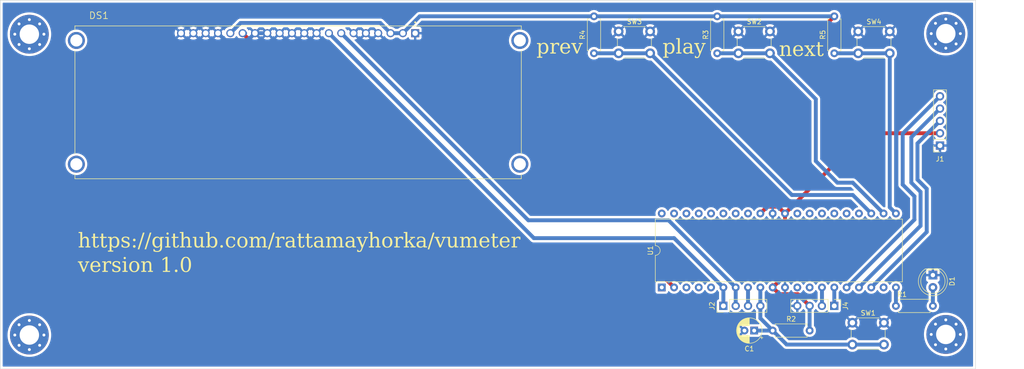
<source format=kicad_pcb>
(kicad_pcb (version 20240108) (generator "pcbnew") (generator_version "8.0")
  (layers (0 "F.Cu" signal) (31 "B.Cu" signal) (34 "B.Paste" user) (35 "F.Paste" user) (36 "B.SilkS" user "B.Silkscreen") (37 "F.SilkS" user "F.Silkscreen") (38 "B.Mask" user) (39 "F.Mask" user) (44 "Edge.Cuts" user))
  (net 0 "")
  (net 2 "GND")
  (net 3 "Net-(D1-A)")
  (net 4 "+5V")
  (net 5 "Net-(J1-Pin_3)")
  (net 6 "Net-(J1-Pin_4)")
  (net 7 "Net-(J1-Pin_5)")
  (net 8 "Net-(J2-Pin_3)")
  (net 9 "Net-(J2-Pin_4)")
  (net 10 "Net-(J4-Pin_1)")
  (net 11 "Net-(J4-Pin_2)")
  (net 12 "Net-(U1-PD6)")
  (net 18 "Net-(U1-PC0)")
  (net 20 "Net-(U1-PC1)")
  (net 21 "Net-(U1-PD7)")
  (net 36 "Net-(DS1-DB0)")
  (net 37 "Net-(DS1-DB1)")
  (net 38 "Net-(DS1-~{CS})")
  (footprint "Connector_PinHeader_2.54mm:PinHeader_1x04_P2.54mm_Vertical" (layer "F.Cu") (at 193.04 126.995 90)
    (property "Reference" "J2" (at 0 -2.33 90) (layer "F.SilkS"))
    (property "Value" "programmer")
    (fp_line (start -1.33 -1.33) (end 0 -1.33) (stroke (width 0.12)) (layer "F.SilkS"))
    (fp_line (start -1.33 0) (end -1.33 -1.33) (stroke (width 0.12)) (layer "F.SilkS"))
    (fp_line (start 1.33 1.27) (end 1.33 8.95) (stroke (width 0.12)) (layer "F.SilkS"))
    (fp_line (start -1.33 1.27) (end 1.33 1.27) (stroke (width 0.12)) (layer "F.SilkS"))
    (fp_line (start -1.33 1.27) (end -1.33 8.95) (stroke (width 0.12)) (layer "F.SilkS"))
    (fp_line (start -1.33 8.95) (end 1.33 8.95) (stroke (width 0.12)) (layer "F.SilkS"))
    (pad "1" thru_hole rect (at 0 0 90) (size 1.7 1.7) (drill 1) (layers "*.Cu" "*.Mask") (net 37 "Net-(DS1-DB1)"))
    (pad "2" thru_hole oval (at 0 2.54 90) (size 1.7 1.7) (drill 1) (layers "*.Cu" "*.Mask") (net 36 "Net-(DS1-DB0)"))
    (pad "3" thru_hole oval (at 0 5.08 90) (size 1.7 1.7) (drill 1) (layers "*.Cu" "*.Mask") (net 8 "Net-(J2-Pin_3)"))
    (pad "4" thru_hole oval (at 0 7.62 90) (size 1.7 1.7) (drill 1) (layers "*.Cu" "*.Mask") (net 9 "Net-(J2-Pin_4)"))
  )
  (footprint "Resistor_THT:R_Axial_DIN0207_L6.3mm_D2.5mm_P7.62mm_Horizontal" (layer "F.Cu") (at 203.2 132.08)
    (property "Reference" "R2" (at 3.81 -2.37 0) (layer "F.SilkS"))
    (property "Value" "10k")
    (fp_line (start 0.54 -1.37) (end 7.08 -1.37) (stroke (width 0.12)) (layer "F.SilkS"))
    (fp_line (start 0.54 -1.04) (end 0.54 -1.37) (stroke (width 0.12)) (layer "F.SilkS"))
    (fp_line (start 0.54 1.04) (end 0.54 1.37) (stroke (width 0.12)) (layer "F.SilkS"))
    (fp_line (start 0.54 1.37) (end 7.08 1.37) (stroke (width 0.12)) (layer "F.SilkS"))
    (fp_line (start 7.08 -1.37) (end 7.08 -1.04) (stroke (width 0.12)) (layer "F.SilkS"))
    (fp_line (start 7.08 1.37) (end 7.08 1.04) (stroke (width 0.12)) (layer "F.SilkS"))
    (pad "1" thru_hole circle (at 0 0) (size 1.6 1.6) (drill 0.8) (layers "*.Cu" "*.Mask") (net 9 "Net-(J2-Pin_4)"))
    (pad "2" thru_hole oval (at 7.62 0) (size 1.6 1.6) (drill 0.8) (layers "*.Cu" "*.Mask") (net 4 "+5V"))
  )
  (footprint "Resistor_THT:R_Axial_DIN0207_L6.3mm_D2.5mm_P7.62mm_Horizontal" (layer "F.Cu") (at 166.37 74.93 90)
    (property "Reference" "R4" (at 3.81 -2.37 90) (layer "F.SilkS"))
    (property "Value" "330")
    (fp_line (start 7.08 -1.37) (end 7.08 -1.04) (stroke (width 0.12)) (layer "F.SilkS"))
    (fp_line (start 0.54 -1.37) (end 7.08 -1.37) (stroke (width 0.12)) (layer "F.SilkS"))
    (fp_line (start 0.54 -1.04) (end 0.54 -1.37) (stroke (width 0.12)) (layer "F.SilkS"))
    (fp_line (start 0.54 1.04) (end 0.54 1.37) (stroke (width 0.12)) (layer "F.SilkS"))
    (fp_line (start 7.08 1.37) (end 7.08 1.04) (stroke (width 0.12)) (layer "F.SilkS"))
    (fp_line (start 0.54 1.37) (end 7.08 1.37) (stroke (width 0.12)) (layer "F.SilkS"))
    (pad "1" thru_hole circle (at 0 0 90) (size 1.6 1.6) (drill 0.8) (layers "*.Cu" "*.Mask") (net 20 "Net-(U1-PC1)"))
    (pad "2" thru_hole oval (at 7.62 0 90) (size 1.6 1.6) (drill 0.8) (layers "*.Cu" "*.Mask") (net 4 "+5V"))
  )
  (footprint "MountingHole:MountingHole_4mm_Pad_Via" (layer "F.Cu") (at 238.87868 70.87868)
    (property "Reference" "REF**" (hide yes))
    (property "Value" "MountingHole_4mm_Pad_Via")
    (pad "1" thru_hole circle (at -3 0) (size 0.9 0.9) (drill 0.6) (layers "*.Cu" "*.Mask"))
    (pad "1" thru_hole circle (at -2.12132 -2.12132) (size 0.9 0.9) (drill 0.6) (layers "*.Cu" "*.Mask"))
    (pad "1" thru_hole circle (at -2.12132 2.12132) (size 0.9 0.9) (drill 0.6) (layers "*.Cu" "*.Mask"))
    (pad "1" thru_hole circle (at 0 -3) (size 0.9 0.9) (drill 0.6) (layers "*.Cu" "*.Mask"))
    (pad "1" thru_hole circle (at 0 0) (size 8 8) (drill 4) (layers "*.Cu" "*.Mask"))
    (pad "1" thru_hole circle (at 0 3) (size 0.9 0.9) (drill 0.6) (layers "*.Cu" "*.Mask"))
    (pad "1" thru_hole circle (at 2.12132 -2.12132) (size 0.9 0.9) (drill 0.6) (layers "*.Cu" "*.Mask"))
    (pad "1" thru_hole circle (at 2.12132 2.12132) (size 0.9 0.9) (drill 0.6) (layers "*.Cu" "*.Mask"))
    (pad "1" thru_hole circle (at 3 0) (size 0.9 0.9) (drill 0.6) (layers "*.Cu" "*.Mask"))
  )
  (footprint "MountingHole:MountingHole_4mm_Pad_Via" (layer "F.Cu") (at 50 71)
    (property "Reference" "REF**" (hide yes))
    (property "Value" "MountingHole_4mm_Pad_Via" (hide yes))
    (pad "1" thru_hole circle (at -3 0) (size 0.9 0.9) (drill 0.6) (layers "*.Cu" "*.Mask"))
    (pad "1" thru_hole circle (at -2.12132 -2.12132) (size 0.9 0.9) (drill 0.6) (layers "*.Cu" "*.Mask"))
    (pad "1" thru_hole circle (at -2.12132 2.12132) (size 0.9 0.9) (drill 0.6) (layers "*.Cu" "*.Mask"))
    (pad "1" thru_hole circle (at 0 -3) (size 0.9 0.9) (drill 0.6) (layers "*.Cu" "*.Mask"))
    (pad "1" thru_hole circle (at 0 0) (size 8 8) (drill 4) (layers "*.Cu" "*.Mask"))
    (pad "1" thru_hole circle (at 0 3) (size 0.9 0.9) (drill 0.6) (layers "*.Cu" "*.Mask"))
    (pad "1" thru_hole circle (at 2.12132 -2.12132) (size 0.9 0.9) (drill 0.6) (layers "*.Cu" "*.Mask"))
    (pad "1" thru_hole circle (at 2.12132 2.12132) (size 0.9 0.9) (drill 0.6) (layers "*.Cu" "*.Mask"))
    (pad "1" thru_hole circle (at 3 0) (size 0.9 0.9) (drill 0.6) (layers "*.Cu" "*.Mask"))
  )
  (footprint "Resistor_THT:R_Axial_DIN0207_L6.3mm_D2.5mm_P7.62mm_Horizontal" (layer "F.Cu") (at 191.77 74.93 90)
    (property "Reference" "R3" (at 3.81 -2.37 90) (layer "F.SilkS"))
    (property "Value" "330")
    (fp_line (start 7.08 -1.37) (end 7.08 -1.04) (stroke (width 0.12)) (layer "F.SilkS"))
    (fp_line (start 0.54 -1.37) (end 7.08 -1.37) (stroke (width 0.12)) (layer "F.SilkS"))
    (fp_line (start 0.54 -1.04) (end 0.54 -1.37) (stroke (width 0.12)) (layer "F.SilkS"))
    (fp_line (start 0.54 1.04) (end 0.54 1.37) (stroke (width 0.12)) (layer "F.SilkS"))
    (fp_line (start 7.08 1.37) (end 7.08 1.04) (stroke (width 0.12)) (layer "F.SilkS"))
    (fp_line (start 0.54 1.37) (end 7.08 1.37) (stroke (width 0.12)) (layer "F.SilkS"))
    (pad "1" thru_hole circle (at 0 0 90) (size 1.6 1.6) (drill 0.8) (layers "*.Cu" "*.Mask") (net 18 "Net-(U1-PC0)"))
    (pad "2" thru_hole oval (at 7.62 0 90) (size 1.6 1.6) (drill 0.8) (layers "*.Cu" "*.Mask") (net 4 "+5V"))
  )
  (footprint "MountingHole:MountingHole_4mm_Pad_Via" (layer "F.Cu") (at 50 133)
    (property "Reference" "REF**" (hide yes))
    (property "Value" "MountingHole_4mm_Pad_Via")
    (pad "1" thru_hole circle (at -3 0) (size 0.9 0.9) (drill 0.6) (layers "*.Cu" "*.Mask"))
    (pad "1" thru_hole circle (at -2.12132 -2.12132) (size 0.9 0.9) (drill 0.6) (layers "*.Cu" "*.Mask"))
    (pad "1" thru_hole circle (at -2.12132 2.12132) (size 0.9 0.9) (drill 0.6) (layers "*.Cu" "*.Mask"))
    (pad "1" thru_hole circle (at 0 -3) (size 0.9 0.9) (drill 0.6) (layers "*.Cu" "*.Mask"))
    (pad "1" thru_hole circle (at 0 0) (size 8 8) (drill 4) (layers "*.Cu" "*.Mask"))
    (pad "1" thru_hole circle (at 0 3) (size 0.9 0.9) (drill 0.6) (layers "*.Cu" "*.Mask"))
    (pad "1" thru_hole circle (at 2.12132 -2.12132) (size 0.9 0.9) (drill 0.6) (layers "*.Cu" "*.Mask"))
    (pad "1" thru_hole circle (at 2.12132 2.12132) (size 0.9 0.9) (drill 0.6) (layers "*.Cu" "*.Mask"))
    (pad "1" thru_hole circle (at 3 0) (size 0.9 0.9) (drill 0.6) (layers "*.Cu" "*.Mask"))
  )
  (footprint "LED_THT:LED_D5.0mm" (layer "F.Cu") (at 236.22 120.65 -90)
    (property "Reference" "D1" (at 1.27 -3.96 90) (layer "F.SilkS"))
    (property "Value" "hearthbeat led")
    (fp_line (start -1.29 -1.545) (end -1.29 1.545) (stroke (width 0.12)) (layer "F.SilkS"))
    (fp_arc (start 4.26 -0.000462) (mid 2.072002 2.880433) (end -1.29 1.54483) (stroke (width 0.12)) (layer "F.SilkS"))
    (fp_arc (start -1.29 -1.54483) (mid 2.072002 -2.880433) (end 4.26 0.000462) (stroke (width 0.12)) (layer "F.SilkS"))
    (fp_circle (center 1.27 0) (end 3.77 0) (stroke (width 0.12)) (fill none) (layer "F.SilkS"))
    (pad "1" thru_hole rect (at 0 0 270) (size 1.8 1.8) (drill 0.9) (layers "*.Cu" "*.Mask") (net 2 "GND"))
    (pad "2" thru_hole circle (at 2.54 0 270) (size 1.8 1.8) (drill 0.9) (layers "*.Cu" "*.Mask") (net 3 "Net-(D1-A)"))
  )
  (footprint "Connector_PinSocket_2.54mm:PinSocket_1x05_P2.54mm_Vertical" (layer "F.Cu") (at 237.685 93.95 180)
    (property "Reference" "J1" (at 0 -2.77 0) (layer "F.SilkS"))
    (property "Value" "encoder")
    (fp_line (start 1.33 1.27) (end 1.33 11.49) (stroke (width 0.12)) (layer "F.SilkS"))
    (fp_line (start 1.33 -1.33) (end 1.33 0) (stroke (width 0.12)) (layer "F.SilkS"))
    (fp_line (start 0 -1.33) (end 1.33 -1.33) (stroke (width 0.12)) (layer "F.SilkS"))
    (fp_line (start -1.33 11.49) (end 1.33 11.49) (stroke (width 0.12)) (layer "F.SilkS"))
    (fp_line (start -1.33 1.27) (end 1.33 1.27) (stroke (width 0.12)) (layer "F.SilkS"))
    (fp_line (start -1.33 1.27) (end -1.33 11.49) (stroke (width 0.12)) (layer "F.SilkS"))
    (pad "1" thru_hole rect (at 0 0 180) (size 1.7 1.7) (drill 1) (layers "*.Cu" "*.Mask") (net 2 "GND"))
    (pad "2" thru_hole oval (at 0 2.54 180) (size 1.7 1.7) (drill 1) (layers "*.Cu" "*.Mask") (net 4 "+5V"))
    (pad "3" thru_hole oval (at 0 5.08 180) (size 1.7 1.7) (drill 1) (layers "*.Cu" "*.Mask") (net 5 "Net-(J1-Pin_3)"))
    (pad "4" thru_hole oval (at 0 7.62 180) (size 1.7 1.7) (drill 1) (layers "*.Cu" "*.Mask") (net 6 "Net-(J1-Pin_4)"))
    (pad "5" thru_hole oval (at 0 10.16 180) (size 1.7 1.7) (drill 1) (layers "*.Cu" "*.Mask") (net 7 "Net-(J1-Pin_5)"))
  )
  (footprint "MountingHole:MountingHole_4mm_Pad_Via" (layer "F.Cu") (at 238.87868 132.87868)
    (property "Reference" "REF**" (hide yes))
    (property "Value" "MountingHole_4mm_Pad_Via")
    (pad "1" thru_hole circle (at -3 0) (size 0.9 0.9) (drill 0.6) (layers "*.Cu" "*.Mask"))
    (pad "1" thru_hole circle (at -2.12132 -2.12132) (size 0.9 0.9) (drill 0.6) (layers "*.Cu" "*.Mask"))
    (pad "1" thru_hole circle (at -2.12132 2.12132) (size 0.9 0.9) (drill 0.6) (layers "*.Cu" "*.Mask"))
    (pad "1" thru_hole circle (at 0 -3) (size 0.9 0.9) (drill 0.6) (layers "*.Cu" "*.Mask"))
    (pad "1" thru_hole circle (at 0 0) (size 8 8) (drill 4) (layers "*.Cu" "*.Mask"))
    (pad "1" thru_hole circle (at 0 3) (size 0.9 0.9) (drill 0.6) (layers "*.Cu" "*.Mask"))
    (pad "1" thru_hole circle (at 2.12132 -2.12132) (size 0.9 0.9) (drill 0.6) (layers "*.Cu" "*.Mask"))
    (pad "1" thru_hole circle (at 2.12132 2.12132) (size 0.9 0.9) (drill 0.6) (layers "*.Cu" "*.Mask"))
    (pad "1" thru_hole circle (at 3 0) (size 0.9 0.9) (drill 0.6) (layers "*.Cu" "*.Mask"))
  )
  (footprint "Connector_PinHeader_2.54mm:PinHeader_1x04_P2.54mm_Vertical" (layer "F.Cu") (at 215.89 126.995 -90)
    (property "Reference" "J4" (at 0 -2.33 90) (layer "F.SilkS"))
    (property "Value" "usb-ttl")
    (fp_line (start -1.33 8.95) (end 1.33 8.95) (stroke (width 0.12)) (layer "F.SilkS"))
    (fp_line (start -1.33 1.27) (end -1.33 8.95) (stroke (width 0.12)) (layer "F.SilkS"))
    (fp_line (start -1.33 1.27) (end 1.33 1.27) (stroke (width 0.12)) (layer "F.SilkS"))
    (fp_line (start 1.33 1.27) (end 1.33 8.95) (stroke (width 0.12)) (layer "F.SilkS"))
    (fp_line (start -1.33 0) (end -1.33 -1.33) (stroke (width 0.12)) (layer "F.SilkS"))
    (fp_line (start -1.33 -1.33) (end 0 -1.33) (stroke (width 0.12)) (layer "F.SilkS"))
    (pad "1" thru_hole rect (at 0 0 270) (size 1.7 1.7) (drill 1) (layers "*.Cu" "*.Mask") (net 10 "Net-(J4-Pin_1)"))
    (pad "2" thru_hole oval (at 0 2.54 270) (size 1.7 1.7) (drill 1) (layers "*.Cu" "*.Mask") (net 11 "Net-(J4-Pin_2)"))
    (pad "3" thru_hole oval (at 0 5.08 270) (size 1.7 1.7) (drill 1) (layers "*.Cu" "*.Mask") (net 4 "+5V"))
    (pad "4" thru_hole oval (at 0 7.62 270) (size 1.7 1.7) (drill 1) (layers "*.Cu" "*.Mask") (net 2 "GND"))
  )
  (footprint "Button_Switch_THT:SW_PUSH_6mm" (layer "F.Cu") (at 220.83 70.43)
    (property "Reference" "SW4" (at 3.25 -2 0) (layer "F.SilkS"))
    (property "Value" "next track")
    (fp_line (start -0.25 1.5) (end -0.25 3) (stroke (width 0.12)) (layer "F.SilkS"))
    (fp_line (start 1 5.5) (end 5.5 5.5) (stroke (width 0.12)) (layer "F.SilkS"))
    (fp_line (start 5.5 -1) (end 1 -1) (stroke (width 0.12)) (layer "F.SilkS"))
    (fp_line (start 6.75 3) (end 6.75 1.5) (stroke (width 0.12)) (layer "F.SilkS"))
    (pad "1" thru_hole circle (at 0 0 90) (size 2 2) (drill 1.1) (layers "*.Cu" "*.Mask") (net 2 "GND"))
    (pad "1" thru_hole circle (at 6.5 0 90) (size 2 2) (drill 1.1) (layers "*.Cu" "*.Mask") (net 2 "GND"))
    (pad "2" thru_hole circle (at 0 4.5 90) (size 2 2) (drill 1.1) (layers "*.Cu" "*.Mask") (net 21 "Net-(U1-PD7)"))
    (pad "2" thru_hole circle (at 6.5 4.5 90) (size 2 2) (drill 1.1) (layers "*.Cu" "*.Mask") (net 21 "Net-(U1-PD7)"))
  )
  (footprint "Resistor_THT:R_Axial_DIN0207_L6.3mm_D2.5mm_P7.62mm_Horizontal" (layer "F.Cu") (at 228.6 127)
    (property "Reference" "R1" (at 1.27 -2.37 0) (layer "F.SilkS"))
    (property "Value" "330")
    (fp_line (start 0.54 -1.37) (end 7.08 -1.37) (stroke (width 0.12)) (layer "F.SilkS"))
    (fp_line (start 0.54 -1.04) (end 0.54 -1.37) (stroke (width 0.12)) (layer "F.SilkS"))
    (fp_line (start 0.54 1.04) (end 0.54 1.37) (stroke (width 0.12)) (layer "F.SilkS"))
    (fp_line (start 0.54 1.37) (end 7.08 1.37) (stroke (width 0.12)) (layer "F.SilkS"))
    (fp_line (start 7.08 -1.37) (end 7.08 -1.04) (stroke (width 0.12)) (layer "F.SilkS"))
    (fp_line (start 7.08 1.37) (end 7.08 1.04) (stroke (width 0.12)) (layer "F.SilkS"))
    (pad "1" thru_hole circle (at 0 0) (size 1.6 1.6) (drill 0.8) (layers "*.Cu" "*.Mask") (net 12 "Net-(U1-PD6)"))
    (pad "2" thru_hole oval (at 7.62 0) (size 1.6 1.6) (drill 0.8) (layers "*.Cu" "*.Mask") (net 3 "Net-(D1-A)"))
  )
  (footprint "Library:NHD-0420CW-AG3" (layer "F.Cu") (at 105.39 85.04)
    (property "Reference" "DS1" (at -41.055 -17.889 0) (layer "F.SilkS") (effects (font (size 1.4 1.4))))
    (property "Value" "NHD-0420CW-AG3")
    (fp_line (start -46 -15.75) (end 46 -15.75) (stroke (width 0.127)) (layer "F.SilkS"))
    (fp_line (start -46 -14.85) (end -46 -15.75) (stroke (width 0.127)) (layer "F.SilkS"))
    (fp_line (start -46 10.65) (end -46 -10.65) (stroke (width 0.127)) (layer "F.SilkS"))
    (fp_line (start -46 15.75) (end -46 14.85) (stroke (width 0.127)) (layer "F.SilkS"))
    (fp_line (start 46 -15.75) (end 46 -14.85) (stroke (width 0.127)) (layer "F.SilkS"))
    (fp_line (start 46 -10.65) (end 46 10.65) (stroke (width 0.127)) (layer "F.SilkS"))
    (fp_line (start 46 14.85) (end 46 15.75) (stroke (width 0.127)) (layer "F.SilkS"))
    (fp_line (start 46 15.75) (end -46 15.75) (stroke (width 0.127)) (layer "F.SilkS"))
    (fp_circle (center 24.13 -16.5) (end 24.23 -16.5) (stroke (width 0.2)) (fill none) (layer "F.SilkS"))
    (pad "1" thru_hole rect (at 24.13 -14.25) (size 1.65 1.65) (drill 1.1) (layers "*.Cu" "*.Mask") (net 2 "GND"))
    (pad "2" thru_hole circle (at 21.59 -14.25) (size 1.65 1.65) (drill 1.1) (layers "*.Cu" "*.Mask") (net 4 "+5V"))
    (pad "3" thru_hole circle (at 19.05 -14.25) (size 1.65 1.65) (drill 1.1) (layers "*.Cu" "*.Mask") (net 4 "+5V"))
    (pad "4" thru_hole circle (at 16.51 -14.25) (size 1.65 1.65) (drill 1.1) (layers "*.Cu" "*.Mask") (net 2 "GND"))
    (pad "5" thru_hole circle (at 13.97 -14.25) (size 1.65 1.65) (drill 1.1) (layers "*.Cu" "*.Mask") (net 2 "GND"))
    (pad "6" thru_hole circle (at 11.43 -14.25) (size 1.65 1.65) (drill 1.1) (layers "*.Cu" "*.Mask") (net 2 "GND"))
    (pad "7" thru_hole circle (at 8.89 -14.25) (size 1.65 1.65) (drill 1.1) (layers "*.Cu" "*.Mask") (net 36 "Net-(DS1-DB0)"))
    (pad "8" thru_hole circle (at 6.35 -14.25) (size 1.65 1.65) (drill 1.1) (layers "*.Cu" "*.Mask") (net 37 "Net-(DS1-DB1)"))
    (pad "9" thru_hole circle (at 3.81 -14.25) (size 1.65 1.65) (drill 1.1) (layers "*.Cu" "*.Mask") (net 2 "GND"))
    (pad "10" thru_hole circle (at 1.27 -14.25) (size 1.65 1.65) (drill 1.1) (layers "*.Cu" "*.Mask") (net 2 "GND"))
    (pad "11" thru_hole circle (at -1.27 -14.25) (size 1.65 1.65) (drill 1.1) (layers "*.Cu" "*.Mask") (net 2 "GND"))
    (pad "12" thru_hole circle (at -3.81 -14.25) (size 1.65 1.65) (drill 1.1) (layers "*.Cu" "*.Mask") (net 2 "GND"))
    (pad "13" thru_hole circle (at -6.35 -14.25) (size 1.65 1.65) (drill 1.1) (layers "*.Cu" "*.Mask") (net 2 "GND"))
    (pad "14" thru_hole circle (at -8.89 -14.25) (size 1.65 1.65) (drill 1.1) (layers "*.Cu" "*.Mask") (net 2 "GND"))
    (pad "15" thru_hole circle (at -11.43 -14.25) (size 1.65 1.65) (drill 1.1) (layers "*.Cu" "*.Mask") (net 38 "Net-(DS1-~{CS})"))
    (pad "16" thru_hole circle (at -13.97 -14.25) (size 1.65 1.65) (drill 1.1) (layers "*.Cu" "*.Mask") (net 4 "+5V"))
    (pad "17" thru_hole circle (at -16.51 -14.25) (size 1.65 1.65) (drill 1.1) (layers "*.Cu" "*.Mask") (net 2 "GND"))
    (pad "18" thru_hole circle (at -19.05 -14.25) (size 1.65 1.65) (drill 1.1) (layers "*.Cu" "*.Mask") (net 2 "GND"))
    (pad "19" thru_hole circle (at -21.59 -14.25) (size 1.65 1.65) (drill 1.1) (layers "*.Cu" "*.Mask") (net 2 "GND"))
    (pad "20" thru_hole circle (at -24.13 -14.25) (size 1.65 1.65) (drill 1.1) (layers "*.Cu" "*.Mask") (net 2 "GND"))
    (pad "P1" thru_hole circle (at -45.7 -12.75) (size 3.5 3.5) (drill 2.5) (layers "*.Cu" "*.Mask"))
    (pad "P2" thru_hole circle (at -45.7 12.75) (size 3.5 3.5) (drill 2.5) (layers "*.Cu" "*.Mask"))
    (pad "P3" thru_hole circle (at 45.7 -12.75) (size 3.5 3.5) (drill 2.5) (layers "*.Cu" "*.Mask"))
    (pad "P4" thru_hole circle (at 45.7 12.75) (size 3.5 3.5) (drill 2.5) (layers "*.Cu" "*.Mask"))
  )
  (footprint "Button_Switch_THT:SW_PUSH_6mm" (layer "F.Cu") (at 219.635 130.465)
    (property "Reference" "SW1" (at 3.25 -2 0) (layer "F.SilkS"))
    (property "Value" "reset")
    (fp_line (start -0.25 1.5) (end -0.25 3) (stroke (width 0.12)) (layer "F.SilkS"))
    (fp_line (start 1 5.5) (end 5.5 5.5) (stroke (width 0.12)) (layer "F.SilkS"))
    (fp_line (start 5.5 -1) (end 1 -1) (stroke (width 0.12)) (layer "F.SilkS"))
    (fp_line (start 6.75 3) (end 6.75 1.5) (stroke (width 0.12)) (layer "F.SilkS"))
    (pad "1" thru_hole circle (at 0 0 90) (size 2 2) (drill 1.1) (layers "*.Cu" "*.Mask") (net 2 "GND"))
    (pad "1" thru_hole circle (at 6.5 0 90) (size 2 2) (drill 1.1) (layers "*.Cu" "*.Mask") (net 2 "GND"))
    (pad "2" thru_hole circle (at 0 4.5 90) (size 2 2) (drill 1.1) (layers "*.Cu" "*.Mask") (net 9 "Net-(J2-Pin_4)"))
    (pad "2" thru_hole circle (at 6.5 4.5 90) (size 2 2) (drill 1.1) (layers "*.Cu" "*.Mask") (net 9 "Net-(J2-Pin_4)"))
  )
  (footprint "Capacitor_THT:CP_Radial_D5.0mm_P2.00mm" (layer "F.Cu") (at 199.39 132.08 180)
    (property "Reference" "C1" (at 1 -3.75 0) (layer "F.SilkS"))
    (property "Value" "10uf")
    (fp_line (start 3.601 -0.284) (end 3.601 0.284) (stroke (width 0.12)) (layer "F.SilkS"))
    (fp_line (start 3.561 -0.518) (end 3.561 0.518) (stroke (width 0.12)) (layer "F.SilkS"))
    (fp_line (start 3.521 -0.677) (end 3.521 0.677) (stroke (width 0.12)) (layer "F.SilkS"))
    (fp_line (start 3.481 -0.805) (end 3.481 0.805) (stroke (width 0.12)) (layer "F.SilkS"))
    (fp_line (start 3.441 -0.915) (end 3.441 0.915) (stroke (width 0.12)) (layer "F.SilkS"))
    (fp_line (start 3.401 -1.011) (end 3.401 1.011) (stroke (width 0.12)) (layer "F.SilkS"))
    (fp_line (start 3.361 -1.098) (end 3.361 1.098) (stroke (width 0.12)) (layer "F.SilkS"))
    (fp_line (start 3.321 -1.178) (end 3.321 1.178) (stroke (width 0.12)) (layer "F.SilkS"))
    (fp_line (start 3.281 -1.251) (end 3.281 1.251) (stroke (width 0.12)) (layer "F.SilkS"))
    (fp_line (start 3.241 -1.319) (end 3.241 1.319) (stroke (width 0.12)) (layer "F.SilkS"))
    (fp_line (start 3.201 -1.383) (end 3.201 1.383) (stroke (width 0.12)) (layer "F.SilkS"))
    (fp_line (start 3.161 -1.443) (end 3.161 1.443) (stroke (width 0.12)) (layer "F.SilkS"))
    (fp_line (start 3.121 -1.5) (end 3.121 1.5) (stroke (width 0.12)) (layer "F.SilkS"))
    (fp_line (start 3.081 -1.554) (end 3.081 1.554) (stroke (width 0.12)) (layer "F.SilkS"))
    (fp_line (start 3.041 -1.605) (end 3.041 1.605) (stroke (width 0.12)) (layer "F.SilkS"))
    (fp_line (start 3.001 1.04) (end 3.001 1.653) (stroke (width 0.12)) (layer "F.SilkS"))
    (fp_line (start 3.001 -1.653) (end 3.001 -1.04) (stroke (width 0.12)) (layer "F.SilkS"))
    (fp_line (start 2.961 1.04) (end 2.961 1.699) (stroke (width 0.12)) (layer "F.SilkS"))
    (fp_line (start 2.961 -1.699) (end 2.961 -1.04) (stroke (width 0.12)) (layer "F.SilkS"))
    (fp_line (start 2.921 1.04) (end 2.921 1.743) (stroke (width 0.12)) (layer "F.SilkS"))
    (fp_line (start 2.921 -1.743) (end 2.921 -1.04) (stroke (width 0.12)) (layer "F.SilkS"))
    (fp_line (start 2.881 1.04) (end 2.881 1.785) (stroke (width 0.12)) (layer "F.SilkS"))
    (fp_line (start 2.881 -1.785) (end 2.881 -1.04) (stroke (width 0.12)) (layer "F.SilkS"))
    (fp_line (start 2.841 1.04) (end 2.841 1.826) (stroke (width 0.12)) (layer "F.SilkS"))
    (fp_line (start 2.841 -1.826) (end 2.841 -1.04) (stroke (width 0.12)) (layer "F.SilkS"))
    (fp_line (start 2.801 1.04) (end 2.801 1.864) (stroke (width 0.12)) (layer "F.SilkS"))
    (fp_line (start 2.801 -1.864) (end 2.801 -1.04) (stroke (width 0.12)) (layer "F.SilkS"))
    (fp_line (start 2.761 1.04) (end 2.761 1.901) (stroke (width 0.12)) (layer "F.SilkS"))
    (fp_line (start 2.761 -1.901) (end 2.761 -1.04) (stroke (width 0.12)) (layer "F.SilkS"))
    (fp_line (start 2.721 1.04) (end 2.721 1.937) (stroke (width 0.12)) (layer "F.SilkS"))
    (fp_line (start 2.721 -1.937) (end 2.721 -1.04) (stroke (width 0.12)) (layer "F.SilkS"))
    (fp_line (start 2.681 1.04) (end 2.681 1.971) (stroke (width 0.12)) (layer "F.SilkS"))
    (fp_line (start 2.681 -1.971) (end 2.681 -1.04) (stroke (width 0.12)) (layer "F.SilkS"))
    (fp_line (start 2.641 1.04) (end 2.641 2.004) (stroke (width 0.12)) (layer "F.SilkS"))
    (fp_line (start 2.641 -2.004) (end 2.641 -1.04) (stroke (width 0.12)) (layer "F.SilkS"))
    (fp_line (start 2.601 1.04) (end 2.601 2.035) (stroke (width 0.12)) (layer "F.SilkS"))
    (fp_line (start 2.601 -2.035) (end 2.601 -1.04) (stroke (width 0.12)) (layer "F.SilkS"))
    (fp_line (start 2.561 1.04) (end 2.561 2.065) (stroke (width 0.12)) (layer "F.SilkS"))
    (fp_line (start 2.561 -2.065) (end 2.561 -1.04) (stroke (width 0.12)) (layer "F.SilkS"))
    (fp_line (start 2.521 1.04) (end 2.521 2.095) (stroke (width 0.12)) (layer "F.SilkS"))
    (fp_line (start 2.521 -2.095) (end 2.521 -1.04) (stroke (width 0.12)) (layer "F.SilkS"))
    (fp_line (start 2.481 1.04) (end 2.481 2.122) (stroke (width 0.12)) (layer "F.SilkS"))
    (fp_line (start 2.481 -2.122) (end 2.481 -1.04) (stroke (width 0.12)) (layer "F.SilkS"))
    (fp_line (start 2.441 1.04) (end 2.441 2.149) (stroke (width 0.12)) (layer "F.SilkS"))
    (fp_line (start 2.441 -2.149) (end 2.441 -1.04) (stroke (width 0.12)) (layer "F.SilkS"))
    (fp_line (start 2.401 1.04) (end 2.401 2.175) (stroke (width 0.12)) (layer "F.SilkS"))
    (fp_line (start 2.401 -2.175) (end 2.401 -1.04) (stroke (width 0.12)) (layer "F.SilkS"))
    (fp_line (start 2.361 1.04) (end 2.361 2.2) (stroke (width 0.12)) (layer "F.SilkS"))
    (fp_line (start 2.361 -2.2) (end 2.361 -1.04) (stroke (width 0.12)) (layer "F.SilkS"))
    (fp_line (start 2.321 1.04) (end 2.321 2.224) (stroke (width 0.12)) (layer "F.SilkS"))
    (fp_line (start 2.321 -2.224) (end 2.321 -1.04) (stroke (width 0.12)) (layer "F.SilkS"))
    (fp_line (start 2.281 1.04) (end 2.281 2.247) (stroke (width 0.12)) (layer "F.SilkS"))
    (fp_line (start 2.281 -2.247) (end 2.281 -1.04) (stroke (width 0.12)) (layer "F.SilkS"))
    (fp_line (start 2.241 1.04) (end 2.241 2.268) (stroke (width 0.12)) (layer "F.SilkS"))
    (fp_line (start 2.241 -2.268) (end 2.241 -1.04) (stroke (width 0.12)) (layer "F.SilkS"))
    (fp_line (start 2.201 1.04) (end 2.201 2.29) (stroke (width 0.12)) (layer "F.SilkS"))
    (fp_line (start 2.201 -2.29) (end 2.201 -1.04) (stroke (width 0.12)) (layer "F.SilkS"))
    (fp_line (start 2.161 1.04) (end 2.161 2.31) (stroke (width 0.12)) (layer "F.SilkS"))
    (fp_line (start 2.161 -2.31) (end 2.161 -1.04) (stroke (width 0.12)) (layer "F.SilkS"))
    (fp_line (start 2.121 1.04) (end 2.121 2.329) (stroke (width 0.12)) (layer "F.SilkS"))
    (fp_line (start 2.121 -2.329) (end 2.121 -1.04) (stroke (width 0.12)) (layer "F.SilkS"))
    (fp_line (start 2.081 1.04) (end 2.081 2.348) (stroke (width 0.12)) (layer "F.SilkS"))
    (fp_line (start 2.081 -2.348) (end 2.081 -1.04) (stroke (width 0.12)) (layer "F.SilkS"))
    (fp_line (start 2.041 1.04) (end 2.041 2.365) (stroke (width 0.12)) (layer "F.SilkS"))
    (fp_line (start 2.041 -2.365) (end 2.041 -1.04) (stroke (width 0.12)) (layer "F.SilkS"))
    (fp_line (start 2.001 1.04) (end 2.001 2.382) (stroke (width 0.12)) (layer "F.SilkS"))
    (fp_line (start 2.001 -2.382) (end 2.001 -1.04) (stroke (width 0.12)) (layer "F.SilkS"))
    (fp_line (start 1.961 1.04) (end 1.961 2.398) (stroke (width 0.12)) (layer "F.SilkS"))
    (fp_line (start 1.961 -2.398) (end 1.961 -1.04) (stroke (width 0.12)) (layer "F.SilkS"))
    (fp_line (start 1.921 1.04) (end 1.921 2.414) (stroke (width 0.12)) (layer "F.SilkS"))
    (fp_line (start 1.921 -2.414) (end 1.921 -1.04) (stroke (width 0.12)) (layer "F.SilkS"))
    (fp_line (start 1.881 1.04) (end 1.881 2.428) (stroke (width 0.12)) (layer "F.SilkS"))
    (fp_line (start 1.881 -2.428) (end 1.881 -1.04) (stroke (width 0.12)) (layer "F.SilkS"))
    (fp_line (start 1.841 1.04) (end 1.841 2.442) (stroke (width 0.12)) (layer "F.SilkS"))
    (fp_line (start 1.841 -2.442) (end 1.841 -1.04) (stroke (width 0.12)) (layer "F.SilkS"))
    (fp_line (start 1.801 1.04) (end 1.801 2.455) (stroke (width 0.12)) (layer "F.SilkS"))
    (fp_line (start 1.801 -2.455) (end 1.801 -1.04) (stroke (width 0.12)) (layer "F.SilkS"))
    (fp_line (start 1.761 1.04) (end 1.761 2.468) (stroke (width 0.12)) (layer "F.SilkS"))
    (fp_line (start 1.761 -2.468) (end 1.761 -1.04) (stroke (width 0.12)) (layer "F.SilkS"))
    (fp_line (start 1.721 1.04) (end 1.721 2.48) (stroke (width 0.12)) (layer "F.SilkS"))
    (fp_line (start 1.721 -2.48) (end 1.721 -1.04) (stroke (width 0.12)) (layer "F.SilkS"))
    (fp_line (start 1.68 1.04) (end 1.68 2.491) (stroke (width 0.12)) (layer "F.SilkS"))
    (fp_line (start 1.68 -2.491) (end 1.68 -1.04) (stroke (width 0.12)) (layer "F.SilkS"))
    (fp_line (start 1.64 1.04) (end 1.64 2.501) (stroke (width 0.12)) (layer "F.SilkS"))
    (fp_line (start 1.64 -2.501) (end 1.64 -1.04) (stroke (width 0.12)) (layer "F.SilkS"))
    (fp_line (start 1.6 1.04) (end 1.6 2.511) (stroke (width 0.12)) (layer "F.SilkS"))
    (fp_line (start 1.6 -2.511) (end 1.6 -1.04) (stroke (width 0.12)) (layer "F.SilkS"))
    (fp_line (start 1.56 1.04) (end 1.56 2.52) (stroke (width 0.12)) (layer "F.SilkS"))
    (fp_line (start 1.56 -2.52) (end 1.56 -1.04) (stroke (width 0.12)) (layer "F.SilkS"))
    (fp_line (start 1.52 1.04) (end 1.52 2.528) (stroke (width 0.12)) (layer "F.SilkS"))
    (fp_line (start 1.52 -2.528) (end 1.52 -1.04) (stroke (width 0.12)) (layer "F.SilkS"))
    (fp_line (start 1.48 1.04) (end 1.48 2.536) (stroke (width 0.12)) (layer "F.SilkS"))
    (fp_line (start 1.48 -2.536) (end 1.48 -1.04) (stroke (width 0.12)) (layer "F.SilkS"))
    (fp_line (start 1.44 1.04) (end 1.44 2.543) (stroke (width 0.12)) (layer "F.SilkS"))
    (fp_line (start 1.44 -2.543) (end 1.44 -1.04) (stroke (width 0.12)) (layer "F.SilkS"))
    (fp_line (start 1.4 1.04) (end 1.4 2.55) (stroke (width 0.12)) (layer "F.SilkS"))
    (fp_line (start 1.4 -2.55) (end 1.4 -1.04) (stroke (width 0.12)) (layer "F.SilkS"))
    (fp_line (start 1.36 1.04) (end 1.36 2.556) (stroke (width 0.12)) (layer "F.SilkS"))
    (fp_line (start 1.36 -2.556) (end 1.36 -1.04) (stroke (width 0.12)) (layer "F.SilkS"))
    (fp_line (start 1.32 1.04) (end 1.32 2.561) (stroke (width 0.12)) (layer "F.SilkS"))
    (fp_line (start 1.32 -2.561) (end 1.32 -1.04) (stroke (width 0.12)) (layer "F.SilkS"))
    (fp_line (start 1.28 1.04) (end 1.28 2.565) (stroke (width 0.12)) (layer "F.SilkS"))
    (fp_line (start 1.28 -2.565) (end 1.28 -1.04) (stroke (width 0.12)) (layer "F.SilkS"))
    (fp_line (start 1.24 1.04) (end 1.24 2.569) (stroke (width 0.12)) (layer "F.SilkS"))
    (fp_line (start 1.24 -2.569) (end 1.24 -1.04) (stroke (width 0.12)) (layer "F.SilkS"))
    (fp_line (start 1.2 1.04) (end 1.2 2.573) (stroke (width 0.12)) (layer "F.SilkS"))
    (fp_line (start 1.2 -2.573) (end 1.2 -1.04) (stroke (width 0.12)) (layer "F.SilkS"))
    (fp_line (start 1.16 1.04) (end 1.16 2.576) (stroke (width 0.12)) (layer "F.SilkS"))
    (fp_line (start 1.16 -2.576) (end 1.16 -1.04) (stroke (width 0.12)) (layer "F.SilkS"))
    (fp_line (start 1.12 1.04) (end 1.12 2.578) (stroke (width 0.12)) (layer "F.SilkS"))
    (fp_line (start 1.12 -2.578) (end 1.12 -1.04) (stroke (width 0.12)) (layer "F.SilkS"))
    (fp_line (start 1.08 1.04) (end 1.08 2.579) (stroke (width 0.12)) (layer "F.SilkS"))
    (fp_line (start 1.08 -2.579) (end 1.08 -1.04) (stroke (width 0.12)) (layer "F.SilkS"))
    (fp_line (start 1.04 1.04) (end 1.04 2.58) (stroke (width 0.12)) (layer "F.SilkS"))
    (fp_line (start 1.04 -2.58) (end 1.04 -1.04) (stroke (width 0.12)) (layer "F.SilkS"))
    (fp_line (start 1 1.04) (end 1 2.58) (stroke (width 0.12)) (layer "F.SilkS"))
    (fp_line (start 1 -2.58) (end 1 -1.04) (stroke (width 0.12)) (layer "F.SilkS"))
    (fp_line (start -1.554775 -1.725) (end -1.554775 -1.225) (stroke (width 0.12)) (layer "F.SilkS"))
    (fp_line (start -1.804775 -1.475) (end -1.304775 -1.475) (stroke (width 0.12)) (layer "F.SilkS"))
    (fp_circle (center 1 0) (end 3.62 0) (stroke (width 0.12)) (fill none) (layer "F.SilkS"))
    (pad "1" thru_hole rect (at 0 0 180) (size 1.6 1.6) (drill 0.8) (layers "*.Cu" "*.Mask") (net 9 "Net-(J2-Pin_4)"))
    (pad "2" thru_hole circle (at 2 0 180) (size 1.6 1.6) (drill 0.8) (layers "*.Cu" "*.Mask") (net 2 "GND"))
  )
  (footprint "Resistor_THT:R_Axial_DIN0207_L6.3mm_D2.5mm_P7.62mm_Horizontal" (layer "F.Cu") (at 215.9 74.93 90)
    (property "Reference" "R5" (at 3.81 -2.37 90) (layer "F.SilkS"))
    (property "Value" "330")
    (fp_line (start 7.08 -1.37) (end 7.08 -1.04) (stroke (width 0.12)) (layer "F.SilkS"))
    (fp_line (start 0.54 -1.37) (end 7.08 -1.37) (stroke (width 0.12)) (layer "F.SilkS"))
    (fp_line (start 0.54 -1.04) (end 0.54 -1.37) (stroke (width 0.12)) (layer "F.SilkS"))
    (fp_line (start 0.54 1.04) (end 0.54 1.37) (stroke (width 0.12)) (layer "F.SilkS"))
    (fp_line (start 7.08 1.37) (end 7.08 1.04) (stroke (width 0.12)) (layer "F.SilkS"))
    (fp_line (start 0.54 1.37) (end 7.08 1.37) (stroke (width 0.12)) (layer "F.SilkS"))
    (pad "1" thru_hole circle (at 0 0 90) (size 1.6 1.6) (drill 0.8) (layers "*.Cu" "*.Mask") (net 21 "Net-(U1-PD7)"))
    (pad "2" thru_hole oval (at 7.62 0 90) (size 1.6 1.6) (drill 0.8) (layers "*.Cu" "*.Mask") (net 4 "+5V"))
  )
  (footprint "Button_Switch_THT:SW_PUSH_6mm" (layer "F.Cu") (at 196.14 70.43)
    (property "Reference" "SW2" (at 3.25 -2 0) (layer "F.SilkS"))
    (property "Value" "play/pause")
    (fp_line (start -0.25 1.5) (end -0.25 3) (stroke (width 0.12)) (layer "F.SilkS"))
    (fp_line (start 1 5.5) (end 5.5 5.5) (stroke (width 0.12)) (layer "F.SilkS"))
    (fp_line (start 5.5 -1) (end 1 -1) (stroke (width 0.12)) (layer "F.SilkS"))
    (fp_line (start 6.75 3) (end 6.75 1.5) (stroke (width 0.12)) (layer "F.SilkS"))
    (pad "1" thru_hole circle (at 0 0 90) (size 2 2) (drill 1.1) (layers "*.Cu" "*.Mask") (net 2 "GND"))
    (pad "1" thru_hole circle (at 6.5 0 90) (size 2 2) (drill 1.1) (layers "*.Cu" "*.Mask") (net 2 "GND"))
    (pad "2" thru_hole circle (at 0 4.5 90) (size 2 2) (drill 1.1) (layers "*.Cu" "*.Mask") (net 18 "Net-(U1-PC0)"))
    (pad "2" thru_hole circle (at 6.5 4.5 90) (size 2 2) (drill 1.1) (layers "*.Cu" "*.Mask") (net 18 "Net-(U1-PC0)"))
  )
  (footprint "Button_Switch_THT:SW_PUSH_6mm" (layer "F.Cu") (at 171.45 70.43)
    (property "Reference" "SW3" (at 3.25 -2 0) (layer "F.SilkS"))
    (property "Value" "prev track")
    (fp_line (start -0.25 1.5) (end -0.25 3) (stroke (width 0.12)) (layer "F.SilkS"))
    (fp_line (start 1 5.5) (end 5.5 5.5) (stroke (width 0.12)) (layer "F.SilkS"))
    (fp_line (start 5.5 -1) (end 1 -1) (stroke (width 0.12)) (layer "F.SilkS"))
    (fp_line (start 6.75 3) (end 6.75 1.5) (stroke (width 0.12)) (layer "F.SilkS"))
    (pad "1" thru_hole circle (at 0 0 90) (size 2 2) (drill 1.1) (layers "*.Cu" "*.Mask") (net 2 "GND"))
    (pad "1" thru_hole circle (at 6.5 0 90) (size 2 2) (drill 1.1) (layers "*.Cu" "*.Mask") (net 2 "GND"))
    (pad "2" thru_hole circle (at 0 4.5 90) (size 2 2) (drill 1.1) (layers "*.Cu" "*.Mask") (net 20 "Net-(U1-PC1)"))
    (pad "2" thru_hole circle (at 6.5 4.5 90) (size 2 2) (drill 1.1) (layers "*.Cu" "*.Mask") (net 20 "Net-(U1-PC1)"))
  )
  (footprint "Package_DIP:DIP-40_W15.24mm" (layer "F.Cu") (at 180.34 123.19 90)
    (property "Reference" "U1" (at 7.62 -2.33 90) (layer "F.SilkS"))
    (property "Value" "ATmega32-16P")
    (fp_line (start 14.08 -1.33) (end 8.62 -1.33) (stroke (width 0.12)) (layer "F.SilkS"))
    (fp_line (start 6.62 -1.33) (end 1.16 -1.33) (stroke (width 0.12)) (layer "F.SilkS"))
    (fp_line (start 1.16 -1.33) (end 1.16 49.59) (stroke (width 0.12)) (layer "F.SilkS"))
    (fp_line (start 14.08 49.59) (end 14.08 -1.33) (stroke (width 0.12)) (layer "F.SilkS"))
    (fp_line (start 1.16 49.59) (end 14.08 49.59) (stroke (width 0.12)) (layer "F.SilkS"))
    (fp_arc (start 8.62 -1.33) (mid 7.62 -0.33) (end 6.62 -1.33) (stroke (width 0.12)) (layer "F.SilkS"))
    (pad "1" thru_hole rect (at 0 0 90) (size 1.6 1.6) (drill 0.8) (layers "*.Cu" "*.Mask"))
    (pad "2" thru_hole oval (at 0 2.54 90) (size 1.6 1.6) (drill 0.8) (layers "*.Cu" "*.Mask") (net 38 "Net-(DS1-~{CS})"))
    (pad "3" thru_hole oval (at 0 5.08 90) (size 1.6 1.6) (drill 0.8) (layers "*.Cu" "*.Mask"))
    (pad "4" thru_hole oval (at 0 7.62 90) (size 1.6 1.6) (drill 0.8) (layers "*.Cu" "*.Mask"))
    (pad "5" thru_hole oval (at 0 10.16 90) (size 1.6 1.6) (drill 0.8) (layers "*.Cu" "*.Mask"))
    (pad "6" thru_hole oval (at 0 12.7 90) (size 1.6 1.6) (drill 0.8) (layers "*.Cu" "*.Mask") (net 37 "Net-(DS1-DB1)"))
    (pad "7" thru_hole oval (at 0 15.24 90) (size 1.6 1.6) (drill 0.8) (layers "*.Cu" "*.Mask") (net 36 "Net-(DS1-DB0)"))
    (pad "8" thru_hole oval (at 0 17.78 90) (size 1.6 1.6) (drill 0.8) (layers "*.Cu" "*.Mask") (net 8 "Net-(J2-Pin_3)"))
    (pad "9" thru_hole oval (at 0 20.32 90) (size 1.6 1.6) (drill 0.8) (layers "*.Cu" "*.Mask") (net 9 "Net-(J2-Pin_4)"))
    (pad "10" thru_hole oval (at 0 22.86 90) (size 1.6 1.6) (drill 0.8) (layers "*.Cu" "*.Mask") (net 4 "+5V"))
    (pad "11" thru_hole oval (at 0 25.4 90) (size 1.6 1.6) (drill 0.8) (layers "*.Cu" "*.Mask") (net 2 "GND"))
    (pad "12" thru_hole oval (at 0 27.94 90) (size 1.6 1.6) (drill 0.8) (layers "*.Cu" "*.Mask"))
    (pad "13" thru_hole oval (at 0 30.48 90) (size 1.6 1.6) (drill 0.8) (layers "*.Cu" "*.Mask"))
    (pad "14" thru_hole oval (at 0 33.02 90) (size 1.6 1.6) (drill 0.8) (layers "*.Cu" "*.Mask") (net 11 "Net-(J4-Pin_2)"))
    (pad "15" thru_hole oval (at 0 35.56 90) (size 1.6 1.6) (drill 0.8) (layers "*.Cu" "*.Mask") (net 10 "Net-(J4-Pin_1)"))
    (pad "16" thru_hole oval (at 0 38.1 90) (size 1.6 1.6) (drill 0.8) (layers "*.Cu" "*.Mask") (net 7 "Net-(J1-Pin_5)"))
    (pad "17" thru_hole oval (at 0 40.64 90) (size 1.6 1.6) (drill 0.8) (layers "*.Cu" "*.Mask") (net 6 "Net-(J1-Pin_4)"))
    (pad "18" thru_hole oval (at 0 43.18 90) (size 1.6 1.6) (drill 0.8) (layers "*.Cu" "*.Mask") (net 5 "Net-(J1-Pin_3)"))
    (pad "19" thru_hole oval (at 0 45.72 90) (size 1.6 1.6) (drill 0.8) (layers "*.Cu" "*.Mask"))
    (pad "20" thru_hole oval (at 0 48.26 90) (size 1.6 1.6) (drill 0.8) (layers "*.Cu" "*.Mask") (net 12 "Net-(U1-PD6)"))
    (pad "21" thru_hole oval (at 15.24 48.26 90) (size 1.6 1.6) (drill 0.8) (layers "*.Cu" "*.Mask") (net 21 "Net-(U1-PD7)"))
    (pad "22" thru_hole oval (at 15.24 45.72 90) (size 1.6 1.6) (drill 0.8) (layers "*.Cu" "*.Mask") (net 18 "Net-(U1-PC0)"))
    (pad "23" thru_hole oval (at 15.24 43.18 90) (size 1.6 1.6) (drill 0.8) (layers "*.Cu" "*.Mask") (net 20 "Net-(U1-PC1)"))
    (pad "24" thru_hole oval (at 15.24 40.64 90) (size 1.6 1.6) (drill 0.8) (layers "*.Cu" "*.Mask"))
    (pad "25" thru_hole oval (at 15.24 38.1 90) (size 1.6 1.6) (drill 0.8) (layers "*.Cu" "*.Mask"))
    (pad "26" thru_hole oval (at 15.24 35.56 90) (size 1.6 1.6) (drill 0.8) (layers "*.Cu" "*.Mask"))
    (pad "27" thru_hole oval (at 15.24 33.02 90) (size 1.6 1.6) (drill 0.8) (layers "*.Cu" "*.Mask"))
    (pad "28" thru_hole oval (at 15.24 30.48 90) (size 1.6 1.6) (drill 0.8) (layers "*.Cu" "*.Mask"))
    (pad "29" thru_hole oval (at 15.24 27.94 90) (size 1.6 1.6) (drill 0.8) (layers "*.Cu" "*.Mask"))
    (pad "30" thru_hole oval (at 15.24 25.4 90) (size 1.6 1.6) (drill 0.8) (layers "*.Cu" "*.Mask") (net 4 "+5V"))
    (pad "31" thru_hole oval (at 15.24 22.86 90) (size 1.6 1.6) (drill 0.8) (layers "*.Cu" "*.Mask") (net 2 "GND"))
    (pad "32" thru_hole oval (at 15.24 20.32 90) (size 1.6 1.6) (drill 0.8) (layers "*.Cu" "*.Mask") (net 4 "+5V"))
    (pad "33" thru_hole oval (at 15.24 17.78 90) (size 1.6 1.6) (drill 0.8) (layers "*.Cu" "*.Mask"))
    (pad "34" thru_hole oval (at 15.24 15.24 90) (size 1.6 1.6) (drill 0.8) (layers "*.Cu" "*.Mask"))
    (pad "35" thru_hole oval (at 15.24 12.7 90) (size 1.6 1.6) (drill 0.8) (layers "*.Cu" "*.Mask"))
    (pad "36" thru_hole oval (at 15.24 10.16 90) (size 1.6 1.6) (drill 0.8) (layers "*.Cu" "*.Mask"))
    (pad "37" thru_hole oval (at 15.24 7.62 90) (size 1.6 1.6) (drill 0.8) (layers "*.Cu" "*.Mask"))
    (pad "38" thru_hole oval (at 15.24 5.08 90) (size 1.6 1.6) (drill 0.8) (layers "*.Cu" "*.Mask"))
    (pad "39" thru_hole oval (at 15.24 2.54 90) (size 1.6 1.6) (drill 0.8) (layers "*.Cu" "*.Mask"))
    (pad "40" thru_hole oval (at 15.24 0 90) (size 1.6 1.6) (drill 0.8) (layers "*.Cu" "*.Mask"))
  )
  (gr_rect (start 44 64) (end 245 140) (stroke (width 0.1)) (fill none) (layer "Edge.Cuts"))
  (gr_text "prev" (at 154.5 75.5 0) (layer "F.SilkS") (effects (font (size 3 3)) (justify left bottom)))
  (gr_text "next" (at 204.5 76 0) (layer "F.SilkS") (effects (font (size 3 3)) (justify left bottom)))
  (gr_text "play" (at 180.5 75.5 0) (layer "F.SilkS") (effects (font (size 3 3)) (justify left bottom)))
  (gr_text "https://github.com/rattamayhorka/vumeter\nversion 1.0" (at 60 120.5 0) (layer "F.SilkS") (effects (font (size 3 3)) (justify left bottom)))
  (segment (start 95.075 72.215) (end 96.5 70.79) (width 0.8) (layer "B.Cu") (net 2))
  (segment (start 88.88 70.79) (end 90.305 72.215) (width 0.8) (layer "B.Cu") (net 2))
  (segment (start 96.5 70.79) (end 99.04 70.79) (width 0.8) (layer "B.Cu") (net 2))
  (segment (start 90.305 72.215) (end 95.075 72.215) (width 0.8) (layer "B.Cu") (net 2))
  (segment (start 236.22 123.19) (end 236.22 127) (width 0.8) (layer "B.Cu") (net 3))
  (segment (start 222.28 91.41) (end 237.685 91.41) (width 0.8) (layer "F.Cu") (net 4))
  (segment (start 203.2 123.19) (end 204.6 124.59) (width 0.8) (layer "F.Cu") (net 4))
  (segment (start 205.74 107.95) (end 204.34 106.55) (width 0.8) (layer "F.Cu") (net 4))
  (segment (start 204.6 124.59) (end 208.405 124.59) (width 0.8) (layer "F.Cu") (net 4))
  (segment (start 205.74 120.65) (end 203.2 123.19) (width 0.8) (layer "F.Cu") (net 4))
  (segment (start 203.2 123.19) (end 203.2 122.7) (width 0.8) (layer "F.Cu") (net 4))
  (segment (start 212.09 81.22) (end 222.28 91.41) (width 0.8) (layer "F.Cu") (net 4))
  (segment (start 208.405 124.59) (end 210.81 126.995) (width 0.8) (layer "F.Cu") (net 4))
  (segment (start 204.34 106.55) (end 202.06 106.55) (width 0.8) (layer "F.Cu") (net 4))
  (segment (start 215.9 67.31) (end 212.09 71.12) (width 0.8) (layer "F.Cu") (net 4))
  (segment (start 212.09 71.12) (end 212.09 81.22) (width 0.8) (layer "F.Cu") (net 4))
  (segment (start 202.06 106.55) (end 200.66 107.95) (width 0.8) (layer "F.Cu") (net 4))
  (segment (start 205.74 107.95) (end 222.28 91.41) (width 0.8) (layer "F.Cu") (net 4))
  (segment (start 205.74 107.95) (end 205.74 120.65) (width 0.8) (layer "F.Cu") (net 4))
  (segment (start 166.37 67.31) (end 130.46 67.31) (width 0.8) (layer "B.Cu") (net 4))
  (segment (start 215.9 67.31) (end 191.77 67.31) (width 0.8) (layer "B.Cu") (net 4))
  (segment (start 191.77 67.31) (end 166.37 67.31) (width 0.8) (layer "B.Cu") (net 4))
  (segment (start 210.81 132.07) (end 210.82 132.08) (width 0.8) (layer "B.Cu") (net 4))
  (segment (start 93.535001 68.674999) (end 91.42 70.79) (width 0.8) (layer "B.Cu") (net 4))
  (segment (start 130.46 67.31) (end 126.98 70.79) (width 0.8) (layer "B.Cu") (net 4))
  (segment (start 122.324999 68.674999) (end 93.535001 68.674999) (width 0.8) (layer "B.Cu") (net 4))
  (segment (start 126.98 70.79) (end 124.44 70.79) (width 0.8) (layer "B.Cu") (net 4))
  (segment (start 210.81 126.995) (end 210.81 132.07) (width 0.8) (layer "B.Cu") (net 4))
  (segment (start 124.44 70.79) (end 122.324999 68.674999) (width 0.8) (layer "B.Cu") (net 4))
  (segment (start 233.045 93.51) (end 237.685 88.87) (width 0.8) (layer "B.Cu") (net 5))
  (segment (start 233.045 100.965) (end 233.045 93.51) (width 0.8) (layer "B.Cu") (net 5))
  (segment (start 223.52 123.19) (end 234.95 111.76) (width 0.8) (layer "B.Cu") (net 5))
  (segment (start 233.045 100.965) (end 234.95 102.87) (width 0.8) (layer "B.Cu") (net 5))
  (segment (start 234.95 102.87) (end 234.95 111.76) (width 0.8) (layer "B.Cu") (net 5))
  (segment (start 220.98 123.19) (end 233.68 110.49) (width 0.8) (layer "B.Cu") (net 6))
  (segment (start 231.775 101.6) (end 231.775 92.24) (width 0.8) (layer "B.Cu") (net 6))
  (segment (start 231.775 92.24) (end 237.685 86.33) (width 0.8) (layer "B.Cu") (net 6))
  (segment (start 233.68 110.49) (end 233.68 103.505) (width 0.8) (layer "B.Cu") (net 6))
  (segment (start 233.68 103.505) (end 231.775 101.6) (width 0.8) (layer "B.Cu") (net 6))
  (segment (start 230 91.475) (end 237.685 83.79) (width 0.8) (layer "B.Cu") (net 7))
  (segment (start 218.44 123.19) (end 232.41 109.22) (width 0.8) (layer "B.Cu") (net 7))
  (segment (start 232.41 104.41) (end 230 102) (width 0.8) (layer "B.Cu") (net 7))
  (segment (start 232.41 109.22) (end 232.41 104.41) (width 0.8) (layer "B.Cu") (net 7))
  (segment (start 230 102) (end 230 91.475) (width 0.8) (layer "B.Cu") (net 7))
  (segment (start 198.12 123.19) (end 198.12 126.995) (width 0.8) (layer "B.Cu") (net 8))
  (segment (start 206.085 134.965) (end 203.2 132.08) (width 0.8) (layer "B.Cu") (net 9))
  (segment (start 226.135 134.965) (end 219.635 134.965) (width 0.8) (layer "B.Cu") (net 9))
  (segment (start 203.2 132.08) (end 199.39 132.08) (width 0.8) (layer "B.Cu") (net 9))
  (segment (start 219.635 134.965) (end 206.085 134.965) (width 0.8) (layer "B.Cu") (net 9))
  (segment (start 200.66 129.54) (end 203.2 132.08) (width 0.8) (layer "B.Cu") (net 9))
  (segment (start 200.66 126.995) (end 200.66 129.54) (width 0.8) (layer "B.Cu") (net 9))
  (segment (start 200.66 123.19) (end 200.66 126.995) (width 0.8) (layer "B.Cu") (net 9))
  (segment (start 215.9 126.985) (end 215.89 126.995) (width 0.8) (layer "B.Cu") (net 10))
  (segment (start 215.9 123.19) (end 215.9 126.985) (width 0.8) (layer "B.Cu") (net 10))
  (segment (start 213.36 126.985) (end 213.35 126.995) (width 0.8) (layer "B.Cu") (net 11))
  (segment (start 213.36 123.19) (end 213.36 126.985) (width 0.8) (layer "B.Cu") (net 11))
  (segment (start 228.6 123.19) (end 228.6 127) (width 0.8) (layer "B.Cu") (net 12))
  (segment (start 212.09 84.38) (end 212.09 97.155) (width 0.8) (layer "B.Cu") (net 18))
  (segment (start 212.09 97.155) (end 216.535 101.6) (width 0.8) (layer "B.Cu") (net 18))
  (segment (start 191.77 74.93) (end 196.14 74.93) (width 0.8) (layer "B.Cu") (net 18))
  (segment (start 216.535 101.6) (end 219.71 101.6) (width 0.8) (layer "B.Cu") (net 18))
  (segment (start 219.71 101.6) (end 226.06 107.95) (width 0.8) (layer "B.Cu") (net 18))
  (segment (start 196.14 74.93) (end 202.64 74.93) (width 0.8) (layer "B.Cu") (net 18))
  (segment (start 202.64 74.93) (end 212.09 84.38) (width 0.8) (layer "B.Cu") (net 18))
  (segment (start 223.52 107.95) (end 219.71 104.14) (width 0.8) (layer "B.Cu") (net 20))
  (segment (start 207.16 104.14) (end 177.95 74.93) (width 0.8) (layer "B.Cu") (net 20))
  (segment (start 166.37 74.93) (end 171.45 74.93) (width 0.8) (layer "B.Cu") (net 20))
  (segment (start 219.71 104.14) (end 207.16 104.14) (width 0.8) (layer "B.Cu") (net 20))
  (segment (start 171.45 74.93) (end 177.95 74.93) (width 0.8) (layer "B.Cu") (net 20))
  (segment (start 215.9 74.93) (end 220.83 74.93) (width 0.8) (layer "B.Cu") (net 21))
  (segment (start 220.83 74.93) (end 227.33 74.93) (width 0.8) (layer "B.Cu") (net 21))
  (segment (start 227.33 74.93) (end 227.33 106.68) (width 0.8) (layer "B.Cu") (net 21))
  (segment (start 227.33 106.68) (end 228.6 107.95) (width 0.8) (layer "B.Cu") (net 21))
  (segment (start 181.74 109.35) (end 195.58 123.19) (width 0.8) (layer "B.Cu") (net 36))
  (segment (start 195.58 123.19) (end 195.58 126.995) (width 0.8) (layer "B.Cu") (net 36))
  (segment (start 114.28 70.79) (end 152.84 109.35) (width 0.8) (layer "B.Cu") (net 36))
  (segment (start 152.84 109.35) (end 181.74 109.35) (width 0.8) (layer "B.Cu") (net 36))
  (segment (start 182.88 113.03) (end 193.04 123.19) (width 0.8) (layer "B.Cu") (net 37))
  (segment (start 153.98 113.03) (end 182.88 113.03) (width 0.8) (layer "B.Cu") (net 37))
  (segment (start 193.04 123.19) (end 193.04 126.995) (width 0.8) (layer "B.Cu") (net 37))
  (segment (start 111.74 70.79) (end 153.98 113.03) (width 0.8) (layer "B.Cu") (net 37))
  (segment (start 142.67 119.5) (end 179.19 119.5) (width 0.8) (layer "F.Cu") (net 38))
  (segment (start 179.19 119.5) (end 182.88 123.19) (width 0.8) (layer "F.Cu") (net 38))
  (segment (start 93.96 70.79) (end 142.67 119.5) (width 0.8) (layer "F.Cu") (net 38))
  (segment (start 93.96 70.79) (end 94.484745 70.79) (width 0.8) (layer "B.Cu") (net 38))
  (zone (net 2) (net_name "GND") (layer "B.Cu") (connect_pads (clearance 0.5)) (min_thickness 0.25) (fill yes (thermal_gap 0.5) (thermal_bridge_width 0.5))
    (polygon (pts (xy 44.5 64.5) (xy 244.5 64.5) (xy 244.5 139.5) (xy 44.5 139.5)))
  )
)
</source>
